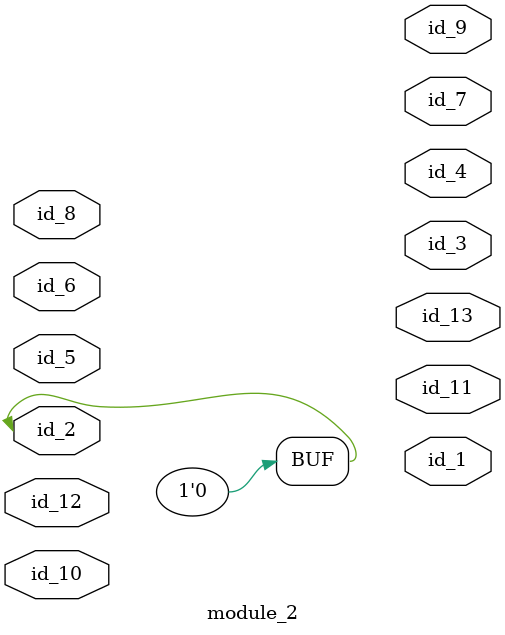
<source format=v>
module module_0 ();
  assign id_1 = id_1;
  module_2 modCall_1 (
      id_1,
      id_1,
      id_1,
      id_1,
      id_1,
      id_1,
      id_1,
      id_1,
      id_1,
      id_1,
      id_1,
      id_1,
      id_1
  );
endmodule
module module_1 ();
  assign id_1[1'd0 : 1] = "" * 1;
  module_0 modCall_1 ();
endmodule
module module_2 (
    id_1,
    id_2,
    id_3,
    id_4,
    id_5,
    id_6,
    id_7,
    id_8,
    id_9,
    id_10,
    id_11,
    id_12,
    id_13
);
  output wire id_13;
  inout wire id_12;
  output wire id_11;
  inout wire id_10;
  output wire id_9;
  input wire id_8;
  output wire id_7;
  inout wire id_6;
  input wire id_5;
  output wire id_4;
  output wire id_3;
  inout wire id_2;
  output wire id_1;
  assign id_2 = 1 ^ 1;
endmodule

</source>
